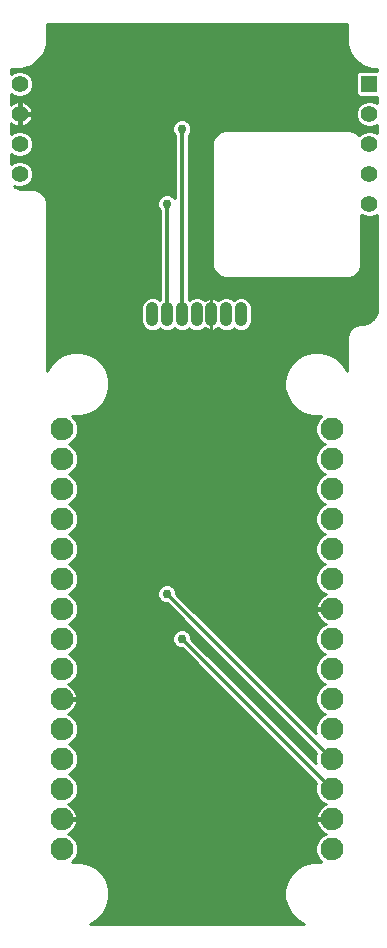
<source format=gbl>
G75*
%MOIN*%
%OFA0B0*%
%FSLAX25Y25*%
%IPPOS*%
%LPD*%
%AMOC8*
5,1,8,0,0,1.08239X$1,22.5*
%
%ADD10C,0.07600*%
%ADD11R,0.05543X0.05543*%
%ADD12C,0.05543*%
%ADD13C,0.03969*%
%ADD14C,0.01000*%
%ADD15C,0.01200*%
%ADD16C,0.02978*%
D10*
X0023500Y0056500D03*
X0023500Y0066500D03*
X0023500Y0076500D03*
X0023500Y0086500D03*
X0023500Y0096500D03*
X0023500Y0106500D03*
X0023500Y0116500D03*
X0023500Y0126500D03*
X0023500Y0136500D03*
X0023500Y0146500D03*
X0023500Y0156500D03*
X0023500Y0166500D03*
X0023500Y0176500D03*
X0023500Y0186500D03*
X0023500Y0196500D03*
X0113500Y0196500D03*
X0113500Y0186500D03*
X0113500Y0176500D03*
X0113500Y0166500D03*
X0113500Y0156500D03*
X0113500Y0146500D03*
X0113500Y0136500D03*
X0113500Y0126500D03*
X0113500Y0116500D03*
X0113500Y0106500D03*
X0113500Y0096500D03*
X0113500Y0086500D03*
X0113500Y0076500D03*
X0113500Y0066500D03*
X0113500Y0056500D03*
D11*
X0126000Y0311500D03*
D12*
X0126000Y0301500D03*
X0126000Y0291500D03*
X0126000Y0281500D03*
X0126000Y0271500D03*
X0009500Y0281500D03*
X0009500Y0291500D03*
X0009500Y0301500D03*
X0009500Y0311500D03*
D13*
X0053736Y0236713D02*
X0053736Y0232744D01*
X0058657Y0232744D02*
X0058657Y0236713D01*
X0063579Y0236713D02*
X0063579Y0232744D01*
X0068500Y0232744D02*
X0068500Y0236713D01*
X0073421Y0236713D02*
X0073421Y0232744D01*
X0078343Y0232744D02*
X0078343Y0236713D01*
X0083264Y0236713D02*
X0083264Y0232744D01*
D14*
X0080803Y0229994D02*
X0081177Y0229621D01*
X0082531Y0229060D01*
X0083997Y0229060D01*
X0085351Y0229621D01*
X0086387Y0230657D01*
X0086948Y0232011D01*
X0086948Y0237445D01*
X0086387Y0238800D01*
X0085351Y0239836D01*
X0083997Y0240397D01*
X0082531Y0240397D01*
X0081177Y0239836D01*
X0080803Y0239462D01*
X0080429Y0239836D01*
X0079075Y0240397D01*
X0077610Y0240397D01*
X0076256Y0239836D01*
X0075740Y0239321D01*
X0075642Y0239419D01*
X0075072Y0239800D01*
X0074438Y0240063D01*
X0073764Y0240197D01*
X0073421Y0240197D01*
X0073078Y0240197D01*
X0072405Y0240063D01*
X0071771Y0239800D01*
X0071200Y0239419D01*
X0071102Y0239321D01*
X0070587Y0239836D01*
X0069233Y0240397D01*
X0067767Y0240397D01*
X0066413Y0239836D01*
X0066039Y0239462D01*
X0065800Y0239702D01*
X0065800Y0294290D01*
X0066203Y0294694D01*
X0066689Y0295866D01*
X0066689Y0297134D01*
X0066203Y0298306D01*
X0065306Y0299203D01*
X0064134Y0299689D01*
X0062866Y0299689D01*
X0061694Y0299203D01*
X0060797Y0298306D01*
X0060311Y0297134D01*
X0060311Y0295866D01*
X0060797Y0294694D01*
X0061200Y0294290D01*
X0061200Y0273310D01*
X0060306Y0274203D01*
X0059134Y0274689D01*
X0057866Y0274689D01*
X0056694Y0274203D01*
X0055797Y0273306D01*
X0055311Y0272134D01*
X0055311Y0270866D01*
X0055797Y0269694D01*
X0056357Y0269133D01*
X0056357Y0239623D01*
X0056197Y0239462D01*
X0055823Y0239836D01*
X0054469Y0240397D01*
X0053003Y0240397D01*
X0051649Y0239836D01*
X0050613Y0238800D01*
X0050052Y0237445D01*
X0050052Y0232011D01*
X0050613Y0230657D01*
X0051649Y0229621D01*
X0053003Y0229060D01*
X0054469Y0229060D01*
X0055823Y0229621D01*
X0056197Y0229994D01*
X0056571Y0229621D01*
X0057925Y0229060D01*
X0059390Y0229060D01*
X0060744Y0229621D01*
X0061118Y0229994D01*
X0061492Y0229621D01*
X0062846Y0229060D01*
X0064312Y0229060D01*
X0065666Y0229621D01*
X0066039Y0229994D01*
X0066413Y0229621D01*
X0067767Y0229060D01*
X0069233Y0229060D01*
X0070587Y0229621D01*
X0071102Y0230136D01*
X0071200Y0230038D01*
X0071771Y0229656D01*
X0072405Y0229394D01*
X0073078Y0229260D01*
X0073421Y0229260D01*
X0073421Y0234728D01*
X0073421Y0234728D01*
X0073421Y0229260D01*
X0073764Y0229260D01*
X0074438Y0229394D01*
X0075072Y0229656D01*
X0075642Y0230038D01*
X0075740Y0230136D01*
X0076256Y0229621D01*
X0077610Y0229060D01*
X0079075Y0229060D01*
X0080429Y0229621D01*
X0080803Y0229994D01*
X0079319Y0229161D02*
X0082288Y0229161D01*
X0084240Y0229161D02*
X0119282Y0229161D01*
X0119170Y0229000D02*
X0118802Y0228210D01*
X0118576Y0227368D01*
X0118500Y0226500D01*
X0118500Y0215778D01*
X0117142Y0218131D01*
X0115131Y0220142D01*
X0112668Y0221563D01*
X0109922Y0222299D01*
X0107078Y0222299D01*
X0104332Y0221563D01*
X0101869Y0220142D01*
X0099858Y0218131D01*
X0098437Y0215668D01*
X0097701Y0212922D01*
X0097701Y0210078D01*
X0098437Y0207332D01*
X0099858Y0204869D01*
X0101869Y0202858D01*
X0104332Y0201437D01*
X0107078Y0200701D01*
X0109922Y0200701D01*
X0109923Y0200701D01*
X0108837Y0199615D01*
X0108000Y0197594D01*
X0108000Y0195406D01*
X0108837Y0193384D01*
X0110384Y0191837D01*
X0111199Y0191500D01*
X0110384Y0191163D01*
X0108837Y0189615D01*
X0108000Y0187594D01*
X0108000Y0185406D01*
X0108837Y0183384D01*
X0110384Y0181837D01*
X0111199Y0181500D01*
X0110384Y0181163D01*
X0108837Y0179615D01*
X0108000Y0177594D01*
X0108000Y0175406D01*
X0108837Y0173384D01*
X0110384Y0171837D01*
X0111199Y0171500D01*
X0110384Y0171163D01*
X0108837Y0169615D01*
X0108000Y0167594D01*
X0108000Y0165406D01*
X0108837Y0163384D01*
X0110384Y0161837D01*
X0111199Y0161500D01*
X0110384Y0161163D01*
X0108837Y0159615D01*
X0108000Y0157594D01*
X0108000Y0155406D01*
X0108837Y0153384D01*
X0110384Y0151837D01*
X0111199Y0151500D01*
X0110384Y0151163D01*
X0108837Y0149615D01*
X0108000Y0147594D01*
X0108000Y0145406D01*
X0108837Y0143384D01*
X0110384Y0141837D01*
X0111442Y0141399D01*
X0110722Y0141033D01*
X0110047Y0140543D01*
X0109457Y0139953D01*
X0108967Y0139278D01*
X0108588Y0138534D01*
X0108330Y0137741D01*
X0108200Y0136917D01*
X0108200Y0136787D01*
X0113213Y0136787D01*
X0113213Y0136213D01*
X0108200Y0136213D01*
X0108200Y0136083D01*
X0108330Y0135259D01*
X0108588Y0134466D01*
X0108967Y0133722D01*
X0109457Y0133047D01*
X0110047Y0132457D01*
X0110722Y0131967D01*
X0111442Y0131601D01*
X0110384Y0131163D01*
X0108837Y0129615D01*
X0108000Y0127594D01*
X0108000Y0125406D01*
X0108837Y0123384D01*
X0110384Y0121837D01*
X0111199Y0121500D01*
X0110384Y0121163D01*
X0108837Y0119615D01*
X0108000Y0117594D01*
X0108000Y0115406D01*
X0108837Y0113384D01*
X0110384Y0111837D01*
X0111199Y0111500D01*
X0110384Y0111163D01*
X0108837Y0109615D01*
X0108000Y0107594D01*
X0108000Y0105406D01*
X0108837Y0103384D01*
X0110384Y0101837D01*
X0111199Y0101500D01*
X0110384Y0101163D01*
X0108837Y0099615D01*
X0108000Y0097594D01*
X0108000Y0095406D01*
X0108108Y0095144D01*
X0061689Y0141564D01*
X0061689Y0142134D01*
X0061203Y0143306D01*
X0060306Y0144203D01*
X0059134Y0144689D01*
X0057866Y0144689D01*
X0056694Y0144203D01*
X0055797Y0143306D01*
X0055311Y0142134D01*
X0055311Y0140866D01*
X0055797Y0139694D01*
X0056694Y0138797D01*
X0057866Y0138311D01*
X0058436Y0138311D01*
X0108338Y0088410D01*
X0108000Y0087594D01*
X0108000Y0085406D01*
X0108108Y0085144D01*
X0066689Y0126564D01*
X0066689Y0127134D01*
X0066203Y0128306D01*
X0065306Y0129203D01*
X0064134Y0129689D01*
X0062866Y0129689D01*
X0061694Y0129203D01*
X0060797Y0128306D01*
X0060311Y0127134D01*
X0060311Y0125866D01*
X0060797Y0124694D01*
X0061694Y0123797D01*
X0062866Y0123311D01*
X0063436Y0123311D01*
X0108338Y0078410D01*
X0108000Y0077594D01*
X0108000Y0075406D01*
X0108837Y0073384D01*
X0110384Y0071837D01*
X0111442Y0071399D01*
X0110722Y0071033D01*
X0110047Y0070543D01*
X0109457Y0069953D01*
X0108967Y0069278D01*
X0108588Y0068534D01*
X0108330Y0067741D01*
X0108200Y0066917D01*
X0108200Y0066787D01*
X0113213Y0066787D01*
X0113213Y0066213D01*
X0108200Y0066213D01*
X0108200Y0066083D01*
X0108330Y0065259D01*
X0108588Y0064466D01*
X0108967Y0063722D01*
X0109457Y0063047D01*
X0110047Y0062457D01*
X0110722Y0061967D01*
X0111442Y0061601D01*
X0110384Y0061163D01*
X0108837Y0059615D01*
X0108000Y0057594D01*
X0108000Y0055406D01*
X0108837Y0053384D01*
X0109923Y0052299D01*
X0109922Y0052299D01*
X0107078Y0052299D01*
X0104332Y0051563D01*
X0101869Y0050142D01*
X0099858Y0048131D01*
X0098437Y0045668D01*
X0097701Y0042922D01*
X0097701Y0040078D01*
X0098437Y0037332D01*
X0099858Y0034869D01*
X0101869Y0032858D01*
X0104222Y0031500D01*
X0032778Y0031500D01*
X0035131Y0032858D01*
X0037142Y0034869D01*
X0038563Y0037332D01*
X0039299Y0040078D01*
X0039299Y0042922D01*
X0038563Y0045668D01*
X0037142Y0048131D01*
X0035131Y0050142D01*
X0032668Y0051563D01*
X0029922Y0052299D01*
X0027078Y0052299D01*
X0027077Y0052299D01*
X0028163Y0053384D01*
X0029000Y0055406D01*
X0029000Y0057594D01*
X0028163Y0059615D01*
X0026615Y0061163D01*
X0025558Y0061601D01*
X0026278Y0061967D01*
X0026953Y0062457D01*
X0027543Y0063047D01*
X0028033Y0063722D01*
X0028412Y0064466D01*
X0028669Y0065259D01*
X0028800Y0066083D01*
X0028800Y0066213D01*
X0023787Y0066213D01*
X0023787Y0066787D01*
X0028800Y0066787D01*
X0028800Y0066917D01*
X0028669Y0067741D01*
X0028412Y0068534D01*
X0028033Y0069278D01*
X0027543Y0069953D01*
X0026953Y0070543D01*
X0026278Y0071033D01*
X0025558Y0071399D01*
X0026615Y0071837D01*
X0028163Y0073384D01*
X0029000Y0075406D01*
X0029000Y0077594D01*
X0028163Y0079615D01*
X0026615Y0081163D01*
X0025801Y0081500D01*
X0026615Y0081837D01*
X0028163Y0083384D01*
X0029000Y0085406D01*
X0029000Y0087594D01*
X0028163Y0089615D01*
X0026615Y0091163D01*
X0025801Y0091500D01*
X0026615Y0091837D01*
X0028163Y0093384D01*
X0029000Y0095406D01*
X0029000Y0097594D01*
X0028163Y0099615D01*
X0026615Y0101163D01*
X0025558Y0101601D01*
X0026278Y0101967D01*
X0026953Y0102457D01*
X0027543Y0103047D01*
X0028033Y0103722D01*
X0028412Y0104466D01*
X0028669Y0105259D01*
X0028800Y0106083D01*
X0028800Y0106213D01*
X0023787Y0106213D01*
X0023787Y0106787D01*
X0028800Y0106787D01*
X0028800Y0106917D01*
X0028669Y0107741D01*
X0028412Y0108534D01*
X0028033Y0109278D01*
X0027543Y0109953D01*
X0026953Y0110543D01*
X0026278Y0111033D01*
X0025558Y0111399D01*
X0026615Y0111837D01*
X0028163Y0113384D01*
X0029000Y0115406D01*
X0029000Y0117594D01*
X0028163Y0119615D01*
X0026615Y0121163D01*
X0025801Y0121500D01*
X0026615Y0121837D01*
X0028163Y0123384D01*
X0029000Y0125406D01*
X0029000Y0127594D01*
X0028163Y0129615D01*
X0026615Y0131163D01*
X0025801Y0131500D01*
X0026615Y0131837D01*
X0028163Y0133384D01*
X0029000Y0135406D01*
X0029000Y0137594D01*
X0028163Y0139615D01*
X0026615Y0141163D01*
X0025801Y0141500D01*
X0026615Y0141837D01*
X0028163Y0143384D01*
X0029000Y0145406D01*
X0029000Y0147594D01*
X0028163Y0149615D01*
X0026615Y0151163D01*
X0025801Y0151500D01*
X0026615Y0151837D01*
X0028163Y0153384D01*
X0029000Y0155406D01*
X0029000Y0157594D01*
X0028163Y0159615D01*
X0026615Y0161163D01*
X0025801Y0161500D01*
X0026615Y0161837D01*
X0028163Y0163384D01*
X0029000Y0165406D01*
X0029000Y0167594D01*
X0028163Y0169615D01*
X0026615Y0171163D01*
X0025801Y0171500D01*
X0026615Y0171837D01*
X0028163Y0173384D01*
X0029000Y0175406D01*
X0029000Y0177594D01*
X0028163Y0179615D01*
X0026615Y0181163D01*
X0025801Y0181500D01*
X0026615Y0181837D01*
X0028163Y0183384D01*
X0029000Y0185406D01*
X0029000Y0187594D01*
X0028163Y0189615D01*
X0026615Y0191163D01*
X0025801Y0191500D01*
X0026615Y0191837D01*
X0028163Y0193384D01*
X0029000Y0195406D01*
X0029000Y0197594D01*
X0028163Y0199615D01*
X0027077Y0200701D01*
X0027078Y0200701D01*
X0029922Y0200701D01*
X0032668Y0201437D01*
X0035131Y0202858D01*
X0037142Y0204869D01*
X0038563Y0207332D01*
X0039299Y0210078D01*
X0039299Y0212922D01*
X0038563Y0215668D01*
X0037142Y0218131D01*
X0035131Y0220142D01*
X0032668Y0221563D01*
X0029922Y0222299D01*
X0027078Y0222299D01*
X0024332Y0221563D01*
X0021869Y0220142D01*
X0019858Y0218131D01*
X0018500Y0215778D01*
X0018500Y0271500D01*
X0018424Y0272368D01*
X0018198Y0273210D01*
X0017830Y0274000D01*
X0017330Y0274714D01*
X0016714Y0275330D01*
X0016000Y0275830D01*
X0015210Y0276198D01*
X0014368Y0276424D01*
X0013500Y0276500D01*
X0010500Y0276500D01*
X0009632Y0276576D01*
X0008790Y0276802D01*
X0008000Y0277170D01*
X0007611Y0277443D01*
X0008611Y0277028D01*
X0010389Y0277028D01*
X0012033Y0277709D01*
X0013291Y0278967D01*
X0013972Y0280611D01*
X0013972Y0282389D01*
X0013291Y0284033D01*
X0012033Y0285291D01*
X0010389Y0285972D01*
X0008611Y0285972D01*
X0006967Y0285291D01*
X0006500Y0284824D01*
X0006500Y0288176D01*
X0006967Y0287709D01*
X0008611Y0287028D01*
X0010389Y0287028D01*
X0012033Y0287709D01*
X0013291Y0288967D01*
X0013972Y0290611D01*
X0013972Y0292389D01*
X0013291Y0294033D01*
X0012033Y0295291D01*
X0010389Y0295972D01*
X0008611Y0295972D01*
X0006967Y0295291D01*
X0006500Y0294824D01*
X0006500Y0298459D01*
X0006717Y0298242D01*
X0007261Y0297847D01*
X0007860Y0297541D01*
X0008500Y0297334D01*
X0009114Y0297236D01*
X0009114Y0301114D01*
X0009886Y0301114D01*
X0009886Y0301886D01*
X0013764Y0301886D01*
X0013666Y0302500D01*
X0013459Y0303140D01*
X0013153Y0303739D01*
X0012758Y0304283D01*
X0012283Y0304758D01*
X0011739Y0305153D01*
X0011140Y0305459D01*
X0010500Y0305666D01*
X0009886Y0305764D01*
X0009886Y0301886D01*
X0009114Y0301886D01*
X0009114Y0305764D01*
X0008500Y0305666D01*
X0007860Y0305459D01*
X0007261Y0305153D01*
X0006717Y0304758D01*
X0006500Y0304541D01*
X0006500Y0308176D01*
X0006967Y0307709D01*
X0008611Y0307028D01*
X0010389Y0307028D01*
X0012033Y0307709D01*
X0013291Y0308967D01*
X0013972Y0310611D01*
X0013972Y0312389D01*
X0013291Y0314033D01*
X0012033Y0315291D01*
X0010389Y0315972D01*
X0008611Y0315972D01*
X0006967Y0315291D01*
X0006500Y0314824D01*
X0006500Y0316500D01*
X0010084Y0316500D01*
X0013096Y0317479D01*
X0015659Y0319341D01*
X0015659Y0319341D01*
X0017521Y0321903D01*
X0017521Y0321904D01*
X0018500Y0324916D01*
X0018500Y0331500D01*
X0118500Y0331500D01*
X0118500Y0324916D01*
X0119479Y0321903D01*
X0121341Y0319341D01*
X0121341Y0319341D01*
X0123903Y0317479D01*
X0126916Y0316500D01*
X0128500Y0316500D01*
X0128500Y0315972D01*
X0122524Y0315972D01*
X0121528Y0314976D01*
X0121528Y0308024D01*
X0122524Y0307028D01*
X0128500Y0307028D01*
X0128500Y0305305D01*
X0126889Y0305972D01*
X0125111Y0305972D01*
X0123467Y0305291D01*
X0122209Y0304033D01*
X0121528Y0302389D01*
X0121528Y0300611D01*
X0122209Y0298967D01*
X0123467Y0297709D01*
X0125111Y0297028D01*
X0126889Y0297028D01*
X0128500Y0297695D01*
X0128500Y0295305D01*
X0126889Y0295972D01*
X0125111Y0295972D01*
X0123467Y0295291D01*
X0122482Y0294306D01*
X0121219Y0295569D01*
X0119455Y0296300D01*
X0077545Y0296300D01*
X0075781Y0295569D01*
X0074431Y0294219D01*
X0073700Y0292455D01*
X0073700Y0250545D01*
X0074431Y0248781D01*
X0075781Y0247431D01*
X0077545Y0246700D01*
X0119455Y0246700D01*
X0121219Y0247431D01*
X0122569Y0248781D01*
X0123300Y0250545D01*
X0123300Y0267876D01*
X0123467Y0267709D01*
X0125111Y0267028D01*
X0126889Y0267028D01*
X0128500Y0267695D01*
X0128500Y0236500D01*
X0128424Y0235632D01*
X0128198Y0234790D01*
X0127830Y0234000D01*
X0127330Y0233286D01*
X0126714Y0232670D01*
X0126000Y0232170D01*
X0125210Y0231802D01*
X0124368Y0231576D01*
X0122632Y0231424D01*
X0121790Y0231198D01*
X0121000Y0230830D01*
X0120286Y0230330D01*
X0119670Y0229714D01*
X0119170Y0229000D01*
X0118789Y0228162D02*
X0018500Y0228162D01*
X0018500Y0227164D02*
X0118558Y0227164D01*
X0118500Y0226165D02*
X0018500Y0226165D01*
X0018500Y0225167D02*
X0118500Y0225167D01*
X0118500Y0224168D02*
X0018500Y0224168D01*
X0018500Y0223170D02*
X0118500Y0223170D01*
X0118500Y0222171D02*
X0110400Y0222171D01*
X0113345Y0221172D02*
X0118500Y0221172D01*
X0118500Y0220174D02*
X0115075Y0220174D01*
X0116097Y0219175D02*
X0118500Y0219175D01*
X0118500Y0218177D02*
X0117095Y0218177D01*
X0117691Y0217178D02*
X0118500Y0217178D01*
X0118500Y0216180D02*
X0118268Y0216180D01*
X0120115Y0230159D02*
X0085889Y0230159D01*
X0086594Y0231158D02*
X0121702Y0231158D01*
X0125971Y0232156D02*
X0086948Y0232156D01*
X0086948Y0233155D02*
X0127199Y0233155D01*
X0127902Y0234153D02*
X0086948Y0234153D01*
X0086948Y0235152D02*
X0128295Y0235152D01*
X0128469Y0236150D02*
X0086948Y0236150D01*
X0086948Y0237149D02*
X0128500Y0237149D01*
X0128500Y0238147D02*
X0086657Y0238147D01*
X0086041Y0239146D02*
X0128500Y0239146D01*
X0128500Y0240144D02*
X0084607Y0240144D01*
X0081921Y0240144D02*
X0079685Y0240144D01*
X0077000Y0240144D02*
X0074029Y0240144D01*
X0073421Y0240144D02*
X0073421Y0240144D01*
X0073421Y0240197D02*
X0073421Y0234728D01*
X0073421Y0234728D01*
X0073421Y0240197D01*
X0072813Y0240144D02*
X0069843Y0240144D01*
X0067157Y0240144D02*
X0065800Y0240144D01*
X0065800Y0241143D02*
X0128500Y0241143D01*
X0128500Y0242141D02*
X0065800Y0242141D01*
X0065800Y0243140D02*
X0128500Y0243140D01*
X0128500Y0244138D02*
X0065800Y0244138D01*
X0065800Y0245137D02*
X0128500Y0245137D01*
X0128500Y0246135D02*
X0065800Y0246135D01*
X0065800Y0247134D02*
X0076498Y0247134D01*
X0075079Y0248132D02*
X0065800Y0248132D01*
X0065800Y0249131D02*
X0074286Y0249131D01*
X0073872Y0250129D02*
X0065800Y0250129D01*
X0065800Y0251128D02*
X0073700Y0251128D01*
X0073700Y0252126D02*
X0065800Y0252126D01*
X0065800Y0253125D02*
X0073700Y0253125D01*
X0073700Y0254123D02*
X0065800Y0254123D01*
X0065800Y0255122D02*
X0073700Y0255122D01*
X0073700Y0256120D02*
X0065800Y0256120D01*
X0065800Y0257119D02*
X0073700Y0257119D01*
X0073700Y0258117D02*
X0065800Y0258117D01*
X0065800Y0259116D02*
X0073700Y0259116D01*
X0073700Y0260114D02*
X0065800Y0260114D01*
X0065800Y0261113D02*
X0073700Y0261113D01*
X0073700Y0262111D02*
X0065800Y0262111D01*
X0065800Y0263110D02*
X0073700Y0263110D01*
X0073700Y0264108D02*
X0065800Y0264108D01*
X0065800Y0265107D02*
X0073700Y0265107D01*
X0073700Y0266105D02*
X0065800Y0266105D01*
X0065800Y0267104D02*
X0073700Y0267104D01*
X0073700Y0268103D02*
X0065800Y0268103D01*
X0065800Y0269101D02*
X0073700Y0269101D01*
X0073700Y0270100D02*
X0065800Y0270100D01*
X0065800Y0271098D02*
X0073700Y0271098D01*
X0073700Y0272097D02*
X0065800Y0272097D01*
X0065800Y0273095D02*
X0073700Y0273095D01*
X0073700Y0274094D02*
X0065800Y0274094D01*
X0065800Y0275092D02*
X0073700Y0275092D01*
X0073700Y0276091D02*
X0065800Y0276091D01*
X0065800Y0277089D02*
X0073700Y0277089D01*
X0073700Y0278088D02*
X0065800Y0278088D01*
X0065800Y0279086D02*
X0073700Y0279086D01*
X0073700Y0280085D02*
X0065800Y0280085D01*
X0065800Y0281083D02*
X0073700Y0281083D01*
X0073700Y0282082D02*
X0065800Y0282082D01*
X0065800Y0283080D02*
X0073700Y0283080D01*
X0073700Y0284079D02*
X0065800Y0284079D01*
X0065800Y0285077D02*
X0073700Y0285077D01*
X0073700Y0286076D02*
X0065800Y0286076D01*
X0065800Y0287074D02*
X0073700Y0287074D01*
X0073700Y0288073D02*
X0065800Y0288073D01*
X0065800Y0289071D02*
X0073700Y0289071D01*
X0073700Y0290070D02*
X0065800Y0290070D01*
X0065800Y0291068D02*
X0073700Y0291068D01*
X0073700Y0292067D02*
X0065800Y0292067D01*
X0065800Y0293065D02*
X0073953Y0293065D01*
X0074366Y0294064D02*
X0065800Y0294064D01*
X0066356Y0295062D02*
X0075274Y0295062D01*
X0076968Y0296061D02*
X0066689Y0296061D01*
X0066689Y0297059D02*
X0125036Y0297059D01*
X0123118Y0298058D02*
X0066306Y0298058D01*
X0065453Y0299056D02*
X0122172Y0299056D01*
X0121758Y0300055D02*
X0013522Y0300055D01*
X0013459Y0299860D02*
X0013666Y0300500D01*
X0013764Y0301114D01*
X0009886Y0301114D01*
X0009886Y0297236D01*
X0010500Y0297334D01*
X0011140Y0297541D01*
X0011739Y0297847D01*
X0012283Y0298242D01*
X0012758Y0298717D01*
X0013153Y0299261D01*
X0013459Y0299860D01*
X0013005Y0299056D02*
X0061546Y0299056D01*
X0060694Y0298058D02*
X0012030Y0298058D01*
X0009886Y0298058D02*
X0009114Y0298058D01*
X0009114Y0299056D02*
X0009886Y0299056D01*
X0009886Y0300055D02*
X0009114Y0300055D01*
X0009114Y0301053D02*
X0009886Y0301053D01*
X0009886Y0302052D02*
X0009114Y0302052D01*
X0009114Y0303050D02*
X0009886Y0303050D01*
X0009886Y0304049D02*
X0009114Y0304049D01*
X0009114Y0305047D02*
X0009886Y0305047D01*
X0011885Y0305047D02*
X0123224Y0305047D01*
X0122225Y0304049D02*
X0012928Y0304049D01*
X0013488Y0303050D02*
X0121802Y0303050D01*
X0121528Y0302052D02*
X0013737Y0302052D01*
X0013754Y0301053D02*
X0121528Y0301053D01*
X0121726Y0295062D02*
X0123238Y0295062D01*
X0120032Y0296061D02*
X0128500Y0296061D01*
X0128500Y0297059D02*
X0126964Y0297059D01*
X0128500Y0306046D02*
X0006500Y0306046D01*
X0006500Y0307044D02*
X0008572Y0307044D01*
X0010428Y0307044D02*
X0122508Y0307044D01*
X0121528Y0308043D02*
X0012367Y0308043D01*
X0013322Y0309041D02*
X0121528Y0309041D01*
X0121528Y0310040D02*
X0013735Y0310040D01*
X0013972Y0311039D02*
X0121528Y0311039D01*
X0121528Y0312037D02*
X0013972Y0312037D01*
X0013704Y0313036D02*
X0121528Y0313036D01*
X0121528Y0314034D02*
X0013290Y0314034D01*
X0012291Y0315033D02*
X0121585Y0315033D01*
X0123148Y0318028D02*
X0013852Y0318028D01*
X0015227Y0319027D02*
X0121773Y0319027D01*
X0120844Y0320025D02*
X0016156Y0320025D01*
X0016882Y0321024D02*
X0120118Y0321024D01*
X0119479Y0321903D02*
X0119479Y0321903D01*
X0119440Y0322022D02*
X0017560Y0322022D01*
X0017884Y0323021D02*
X0119116Y0323021D01*
X0118791Y0324019D02*
X0018209Y0324019D01*
X0018500Y0325018D02*
X0118500Y0325018D01*
X0118500Y0326016D02*
X0018500Y0326016D01*
X0018500Y0327015D02*
X0118500Y0327015D01*
X0118500Y0328013D02*
X0018500Y0328013D01*
X0018500Y0329012D02*
X0118500Y0329012D01*
X0118500Y0330010D02*
X0018500Y0330010D01*
X0018500Y0331009D02*
X0118500Y0331009D01*
X0125286Y0317030D02*
X0011714Y0317030D01*
X0007115Y0305047D02*
X0006500Y0305047D01*
X0006500Y0308043D02*
X0006633Y0308043D01*
X0006709Y0315033D02*
X0006500Y0315033D01*
X0006500Y0316031D02*
X0128500Y0316031D01*
X0128500Y0267104D02*
X0127072Y0267104D01*
X0128500Y0266105D02*
X0123300Y0266105D01*
X0123300Y0265107D02*
X0128500Y0265107D01*
X0128500Y0264108D02*
X0123300Y0264108D01*
X0123300Y0263110D02*
X0128500Y0263110D01*
X0128500Y0262111D02*
X0123300Y0262111D01*
X0123300Y0261113D02*
X0128500Y0261113D01*
X0128500Y0260114D02*
X0123300Y0260114D01*
X0123300Y0259116D02*
X0128500Y0259116D01*
X0128500Y0258117D02*
X0123300Y0258117D01*
X0123300Y0257119D02*
X0128500Y0257119D01*
X0128500Y0256120D02*
X0123300Y0256120D01*
X0123300Y0255122D02*
X0128500Y0255122D01*
X0128500Y0254123D02*
X0123300Y0254123D01*
X0123300Y0253125D02*
X0128500Y0253125D01*
X0128500Y0252126D02*
X0123300Y0252126D01*
X0123300Y0251128D02*
X0128500Y0251128D01*
X0128500Y0250129D02*
X0123128Y0250129D01*
X0122714Y0249131D02*
X0128500Y0249131D01*
X0128500Y0248132D02*
X0121921Y0248132D01*
X0120502Y0247134D02*
X0128500Y0247134D01*
X0124928Y0267104D02*
X0123300Y0267104D01*
X0106600Y0222171D02*
X0030400Y0222171D01*
X0033345Y0221172D02*
X0103655Y0221172D01*
X0101925Y0220174D02*
X0035075Y0220174D01*
X0036097Y0219175D02*
X0100903Y0219175D01*
X0099905Y0218177D02*
X0037095Y0218177D01*
X0037691Y0217178D02*
X0099309Y0217178D01*
X0098732Y0216180D02*
X0038268Y0216180D01*
X0038694Y0215181D02*
X0098306Y0215181D01*
X0098039Y0214183D02*
X0038961Y0214183D01*
X0039229Y0213184D02*
X0097771Y0213184D01*
X0097701Y0212186D02*
X0039299Y0212186D01*
X0039299Y0211187D02*
X0097701Y0211187D01*
X0097701Y0210189D02*
X0039299Y0210189D01*
X0039061Y0209190D02*
X0097939Y0209190D01*
X0098206Y0208192D02*
X0038794Y0208192D01*
X0038483Y0207193D02*
X0098517Y0207193D01*
X0099093Y0206195D02*
X0037907Y0206195D01*
X0037330Y0205196D02*
X0099670Y0205196D01*
X0100530Y0204198D02*
X0036470Y0204198D01*
X0035472Y0203199D02*
X0101528Y0203199D01*
X0103008Y0202201D02*
X0033992Y0202201D01*
X0031793Y0201202D02*
X0105207Y0201202D01*
X0108667Y0199205D02*
X0028333Y0199205D01*
X0028746Y0198207D02*
X0108254Y0198207D01*
X0108000Y0197208D02*
X0029000Y0197208D01*
X0029000Y0196210D02*
X0108000Y0196210D01*
X0108081Y0195211D02*
X0028919Y0195211D01*
X0028506Y0194213D02*
X0108494Y0194213D01*
X0109008Y0193214D02*
X0027992Y0193214D01*
X0026994Y0192216D02*
X0110006Y0192216D01*
X0110516Y0191217D02*
X0026484Y0191217D01*
X0027560Y0190219D02*
X0109440Y0190219D01*
X0108674Y0189220D02*
X0028326Y0189220D01*
X0028740Y0188222D02*
X0108260Y0188222D01*
X0108000Y0187223D02*
X0029000Y0187223D01*
X0029000Y0186225D02*
X0108000Y0186225D01*
X0108075Y0185226D02*
X0028925Y0185226D01*
X0028512Y0184228D02*
X0108488Y0184228D01*
X0108993Y0183229D02*
X0028007Y0183229D01*
X0027009Y0182231D02*
X0109991Y0182231D01*
X0110552Y0181232D02*
X0026448Y0181232D01*
X0027545Y0180234D02*
X0109455Y0180234D01*
X0108680Y0179235D02*
X0028320Y0179235D01*
X0028734Y0178237D02*
X0108266Y0178237D01*
X0108000Y0177238D02*
X0029000Y0177238D01*
X0029000Y0176239D02*
X0108000Y0176239D01*
X0108068Y0175241D02*
X0028932Y0175241D01*
X0028518Y0174242D02*
X0108482Y0174242D01*
X0108978Y0173244D02*
X0028022Y0173244D01*
X0027024Y0172245D02*
X0109976Y0172245D01*
X0110588Y0171247D02*
X0026412Y0171247D01*
X0027530Y0170248D02*
X0109470Y0170248D01*
X0108686Y0169250D02*
X0028314Y0169250D01*
X0028728Y0168251D02*
X0108272Y0168251D01*
X0108000Y0167253D02*
X0029000Y0167253D01*
X0029000Y0166254D02*
X0108000Y0166254D01*
X0108062Y0165256D02*
X0028938Y0165256D01*
X0028524Y0164257D02*
X0108476Y0164257D01*
X0108963Y0163259D02*
X0028037Y0163259D01*
X0027038Y0162260D02*
X0109962Y0162260D01*
X0110624Y0161262D02*
X0026376Y0161262D01*
X0027515Y0160263D02*
X0109485Y0160263D01*
X0108692Y0159265D02*
X0028308Y0159265D01*
X0028722Y0158266D02*
X0108278Y0158266D01*
X0108000Y0157268D02*
X0029000Y0157268D01*
X0029000Y0156269D02*
X0108000Y0156269D01*
X0108056Y0155271D02*
X0028944Y0155271D01*
X0028530Y0154272D02*
X0108470Y0154272D01*
X0108948Y0153274D02*
X0028052Y0153274D01*
X0027053Y0152275D02*
X0109947Y0152275D01*
X0110660Y0151277D02*
X0026340Y0151277D01*
X0027500Y0150278D02*
X0109500Y0150278D01*
X0108698Y0149280D02*
X0028302Y0149280D01*
X0028715Y0148281D02*
X0108285Y0148281D01*
X0108000Y0147283D02*
X0029000Y0147283D01*
X0029000Y0146284D02*
X0108000Y0146284D01*
X0108050Y0145286D02*
X0028950Y0145286D01*
X0028537Y0144287D02*
X0056896Y0144287D01*
X0055789Y0143289D02*
X0028067Y0143289D01*
X0027068Y0142290D02*
X0055376Y0142290D01*
X0055311Y0141292D02*
X0026304Y0141292D01*
X0027485Y0140293D02*
X0055548Y0140293D01*
X0056196Y0139295D02*
X0028296Y0139295D01*
X0028709Y0138296D02*
X0058451Y0138296D01*
X0059450Y0137298D02*
X0029000Y0137298D01*
X0029000Y0136299D02*
X0060448Y0136299D01*
X0061447Y0135301D02*
X0028956Y0135301D01*
X0028543Y0134302D02*
X0062445Y0134302D01*
X0063444Y0133303D02*
X0028082Y0133303D01*
X0027083Y0132305D02*
X0064442Y0132305D01*
X0065441Y0131306D02*
X0026268Y0131306D01*
X0027470Y0130308D02*
X0066439Y0130308D01*
X0067438Y0129309D02*
X0065051Y0129309D01*
X0066199Y0128311D02*
X0068436Y0128311D01*
X0069435Y0127312D02*
X0066615Y0127312D01*
X0066939Y0126314D02*
X0070433Y0126314D01*
X0071432Y0125315D02*
X0067937Y0125315D01*
X0068936Y0124317D02*
X0072430Y0124317D01*
X0073429Y0123318D02*
X0069934Y0123318D01*
X0070933Y0122320D02*
X0074427Y0122320D01*
X0075426Y0121321D02*
X0071931Y0121321D01*
X0072930Y0120323D02*
X0076424Y0120323D01*
X0077423Y0119324D02*
X0073928Y0119324D01*
X0074927Y0118326D02*
X0078421Y0118326D01*
X0079420Y0117327D02*
X0075925Y0117327D01*
X0076924Y0116329D02*
X0080419Y0116329D01*
X0081417Y0115330D02*
X0077922Y0115330D01*
X0078921Y0114332D02*
X0082416Y0114332D01*
X0083414Y0113333D02*
X0079919Y0113333D01*
X0080918Y0112335D02*
X0084413Y0112335D01*
X0085411Y0111336D02*
X0081916Y0111336D01*
X0082915Y0110338D02*
X0086410Y0110338D01*
X0087408Y0109339D02*
X0083913Y0109339D01*
X0084912Y0108341D02*
X0088407Y0108341D01*
X0089405Y0107342D02*
X0085910Y0107342D01*
X0086909Y0106344D02*
X0090404Y0106344D01*
X0091402Y0105345D02*
X0087907Y0105345D01*
X0088906Y0104347D02*
X0092401Y0104347D01*
X0093399Y0103348D02*
X0089905Y0103348D01*
X0090903Y0102350D02*
X0094398Y0102350D01*
X0095396Y0101351D02*
X0091902Y0101351D01*
X0092900Y0100353D02*
X0096395Y0100353D01*
X0097393Y0099354D02*
X0093899Y0099354D01*
X0094897Y0098356D02*
X0098392Y0098356D01*
X0099390Y0097357D02*
X0095896Y0097357D01*
X0096894Y0096359D02*
X0100389Y0096359D01*
X0101387Y0095360D02*
X0097893Y0095360D01*
X0098891Y0094362D02*
X0102386Y0094362D01*
X0103384Y0093363D02*
X0099890Y0093363D01*
X0100888Y0092365D02*
X0104383Y0092365D01*
X0105381Y0091366D02*
X0101887Y0091366D01*
X0102885Y0090368D02*
X0106380Y0090368D01*
X0107378Y0089369D02*
X0103884Y0089369D01*
X0104882Y0088370D02*
X0108322Y0088370D01*
X0108000Y0087372D02*
X0105881Y0087372D01*
X0106879Y0086373D02*
X0108000Y0086373D01*
X0108013Y0085375D02*
X0107878Y0085375D01*
X0105366Y0081381D02*
X0026089Y0081381D01*
X0027158Y0082379D02*
X0104368Y0082379D01*
X0103369Y0083378D02*
X0028156Y0083378D01*
X0028574Y0084376D02*
X0102371Y0084376D01*
X0101372Y0085375D02*
X0028987Y0085375D01*
X0029000Y0086373D02*
X0100374Y0086373D01*
X0099375Y0087372D02*
X0029000Y0087372D01*
X0028678Y0088370D02*
X0098377Y0088370D01*
X0097378Y0089369D02*
X0028265Y0089369D01*
X0027411Y0090368D02*
X0096380Y0090368D01*
X0095381Y0091366D02*
X0026125Y0091366D01*
X0027143Y0092365D02*
X0094383Y0092365D01*
X0093384Y0093363D02*
X0028141Y0093363D01*
X0028567Y0094362D02*
X0092386Y0094362D01*
X0091387Y0095360D02*
X0028981Y0095360D01*
X0029000Y0096359D02*
X0090389Y0096359D01*
X0089390Y0097357D02*
X0029000Y0097357D01*
X0028685Y0098356D02*
X0088392Y0098356D01*
X0087393Y0099354D02*
X0028271Y0099354D01*
X0027426Y0100353D02*
X0086395Y0100353D01*
X0085396Y0101351D02*
X0026160Y0101351D01*
X0026804Y0102350D02*
X0084398Y0102350D01*
X0083399Y0103348D02*
X0027761Y0103348D01*
X0028351Y0104347D02*
X0082401Y0104347D01*
X0081402Y0105345D02*
X0028683Y0105345D01*
X0028733Y0107342D02*
X0079405Y0107342D01*
X0080404Y0106344D02*
X0023787Y0106344D01*
X0025683Y0111336D02*
X0075411Y0111336D01*
X0076410Y0110338D02*
X0027158Y0110338D01*
X0027988Y0109339D02*
X0077408Y0109339D01*
X0078407Y0108341D02*
X0028475Y0108341D01*
X0027113Y0112335D02*
X0074413Y0112335D01*
X0073414Y0113333D02*
X0028111Y0113333D01*
X0028555Y0114332D02*
X0072416Y0114332D01*
X0071417Y0115330D02*
X0028969Y0115330D01*
X0029000Y0116329D02*
X0070419Y0116329D01*
X0069420Y0117327D02*
X0029000Y0117327D01*
X0028697Y0118326D02*
X0068421Y0118326D01*
X0067423Y0119324D02*
X0028283Y0119324D01*
X0027455Y0120323D02*
X0066424Y0120323D01*
X0065426Y0121321D02*
X0026232Y0121321D01*
X0027098Y0122320D02*
X0064427Y0122320D01*
X0062848Y0123318D02*
X0028097Y0123318D01*
X0028549Y0124317D02*
X0061173Y0124317D01*
X0060539Y0125315D02*
X0028962Y0125315D01*
X0029000Y0126314D02*
X0060311Y0126314D01*
X0060385Y0127312D02*
X0029000Y0127312D01*
X0028703Y0128311D02*
X0060801Y0128311D01*
X0061949Y0129309D02*
X0028289Y0129309D01*
X0027396Y0080382D02*
X0106365Y0080382D01*
X0107363Y0079384D02*
X0028259Y0079384D01*
X0028672Y0078385D02*
X0108328Y0078385D01*
X0108000Y0077387D02*
X0029000Y0077387D01*
X0029000Y0076388D02*
X0108000Y0076388D01*
X0108007Y0075390D02*
X0028993Y0075390D01*
X0028580Y0074391D02*
X0108420Y0074391D01*
X0108834Y0073393D02*
X0028166Y0073393D01*
X0027172Y0072394D02*
X0109828Y0072394D01*
X0111434Y0071396D02*
X0025566Y0071396D01*
X0023787Y0066403D02*
X0113213Y0066403D01*
X0110114Y0062409D02*
X0026886Y0062409D01*
X0026017Y0061411D02*
X0110983Y0061411D01*
X0109634Y0060412D02*
X0027366Y0060412D01*
X0028246Y0059414D02*
X0108754Y0059414D01*
X0108340Y0058415D02*
X0028660Y0058415D01*
X0029000Y0057417D02*
X0108000Y0057417D01*
X0108000Y0056418D02*
X0029000Y0056418D01*
X0029000Y0055420D02*
X0108000Y0055420D01*
X0108408Y0054421D02*
X0028592Y0054421D01*
X0028178Y0053423D02*
X0108822Y0053423D01*
X0109798Y0052424D02*
X0027202Y0052424D01*
X0027804Y0063408D02*
X0109196Y0063408D01*
X0108619Y0064406D02*
X0028381Y0064406D01*
X0028693Y0065405D02*
X0108307Y0065405D01*
X0108277Y0067402D02*
X0028723Y0067402D01*
X0028455Y0068400D02*
X0108545Y0068400D01*
X0109055Y0069399D02*
X0027945Y0069399D01*
X0027098Y0070397D02*
X0109902Y0070397D01*
X0104093Y0051426D02*
X0032907Y0051426D01*
X0034636Y0050427D02*
X0102364Y0050427D01*
X0101156Y0049429D02*
X0035844Y0049429D01*
X0036842Y0048430D02*
X0100158Y0048430D01*
X0099455Y0047432D02*
X0037545Y0047432D01*
X0038122Y0046433D02*
X0098878Y0046433D01*
X0098374Y0045434D02*
X0038626Y0045434D01*
X0038893Y0044436D02*
X0098107Y0044436D01*
X0097839Y0043437D02*
X0039161Y0043437D01*
X0039299Y0042439D02*
X0097701Y0042439D01*
X0097701Y0041440D02*
X0039299Y0041440D01*
X0039299Y0040442D02*
X0097701Y0040442D01*
X0097871Y0039443D02*
X0039129Y0039443D01*
X0038862Y0038445D02*
X0098138Y0038445D01*
X0098406Y0037446D02*
X0038594Y0037446D01*
X0038053Y0036448D02*
X0098947Y0036448D01*
X0099523Y0035449D02*
X0037477Y0035449D01*
X0036723Y0034451D02*
X0100277Y0034451D01*
X0101275Y0033452D02*
X0035725Y0033452D01*
X0034430Y0032454D02*
X0102570Y0032454D01*
X0107893Y0095360D02*
X0108019Y0095360D01*
X0108000Y0096359D02*
X0106894Y0096359D01*
X0105896Y0097357D02*
X0108000Y0097357D01*
X0108315Y0098356D02*
X0104897Y0098356D01*
X0103899Y0099354D02*
X0108729Y0099354D01*
X0109574Y0100353D02*
X0102900Y0100353D01*
X0101902Y0101351D02*
X0110840Y0101351D01*
X0109872Y0102350D02*
X0100903Y0102350D01*
X0099905Y0103348D02*
X0108874Y0103348D01*
X0108439Y0104347D02*
X0098906Y0104347D01*
X0097907Y0105345D02*
X0108025Y0105345D01*
X0108000Y0106344D02*
X0096909Y0106344D01*
X0095910Y0107342D02*
X0108000Y0107342D01*
X0108309Y0108341D02*
X0094912Y0108341D01*
X0093913Y0109339D02*
X0108723Y0109339D01*
X0109560Y0110338D02*
X0092915Y0110338D01*
X0091916Y0111336D02*
X0110804Y0111336D01*
X0109887Y0112335D02*
X0090918Y0112335D01*
X0089919Y0113333D02*
X0108889Y0113333D01*
X0108445Y0114332D02*
X0088921Y0114332D01*
X0087922Y0115330D02*
X0108031Y0115330D01*
X0108000Y0116329D02*
X0086924Y0116329D01*
X0085925Y0117327D02*
X0108000Y0117327D01*
X0108303Y0118326D02*
X0084927Y0118326D01*
X0083928Y0119324D02*
X0108717Y0119324D01*
X0109545Y0120323D02*
X0082930Y0120323D01*
X0081931Y0121321D02*
X0110768Y0121321D01*
X0109902Y0122320D02*
X0080933Y0122320D01*
X0079934Y0123318D02*
X0108903Y0123318D01*
X0108451Y0124317D02*
X0078936Y0124317D01*
X0077937Y0125315D02*
X0108038Y0125315D01*
X0108000Y0126314D02*
X0076939Y0126314D01*
X0075940Y0127312D02*
X0108000Y0127312D01*
X0108297Y0128311D02*
X0074942Y0128311D01*
X0073943Y0129309D02*
X0108711Y0129309D01*
X0109530Y0130308D02*
X0072945Y0130308D01*
X0071946Y0131306D02*
X0110732Y0131306D01*
X0110257Y0132305D02*
X0070948Y0132305D01*
X0069949Y0133303D02*
X0109271Y0133303D01*
X0108672Y0134302D02*
X0068951Y0134302D01*
X0067952Y0135301D02*
X0108324Y0135301D01*
X0108260Y0137298D02*
X0065955Y0137298D01*
X0064957Y0138296D02*
X0108511Y0138296D01*
X0108979Y0139295D02*
X0063958Y0139295D01*
X0062960Y0140293D02*
X0109798Y0140293D01*
X0111230Y0141292D02*
X0061961Y0141292D01*
X0061624Y0142290D02*
X0109932Y0142290D01*
X0108933Y0143289D02*
X0061211Y0143289D01*
X0060104Y0144287D02*
X0108463Y0144287D01*
X0113213Y0136299D02*
X0066954Y0136299D01*
X0067524Y0229161D02*
X0064555Y0229161D01*
X0062603Y0229161D02*
X0059634Y0229161D01*
X0057681Y0229161D02*
X0054712Y0229161D01*
X0052760Y0229161D02*
X0018500Y0229161D01*
X0018500Y0230159D02*
X0051111Y0230159D01*
X0050406Y0231158D02*
X0018500Y0231158D01*
X0018500Y0232156D02*
X0050052Y0232156D01*
X0050052Y0233155D02*
X0018500Y0233155D01*
X0018500Y0234153D02*
X0050052Y0234153D01*
X0050052Y0235152D02*
X0018500Y0235152D01*
X0018500Y0236150D02*
X0050052Y0236150D01*
X0050052Y0237149D02*
X0018500Y0237149D01*
X0018500Y0238147D02*
X0050343Y0238147D01*
X0050959Y0239146D02*
X0018500Y0239146D01*
X0018500Y0240144D02*
X0052393Y0240144D01*
X0055079Y0240144D02*
X0056357Y0240144D01*
X0056357Y0241143D02*
X0018500Y0241143D01*
X0018500Y0242141D02*
X0056357Y0242141D01*
X0056357Y0243140D02*
X0018500Y0243140D01*
X0018500Y0244138D02*
X0056357Y0244138D01*
X0056357Y0245137D02*
X0018500Y0245137D01*
X0018500Y0246135D02*
X0056357Y0246135D01*
X0056357Y0247134D02*
X0018500Y0247134D01*
X0018500Y0248132D02*
X0056357Y0248132D01*
X0056357Y0249131D02*
X0018500Y0249131D01*
X0018500Y0250129D02*
X0056357Y0250129D01*
X0056357Y0251128D02*
X0018500Y0251128D01*
X0018500Y0252126D02*
X0056357Y0252126D01*
X0056357Y0253125D02*
X0018500Y0253125D01*
X0018500Y0254123D02*
X0056357Y0254123D01*
X0056357Y0255122D02*
X0018500Y0255122D01*
X0018500Y0256120D02*
X0056357Y0256120D01*
X0056357Y0257119D02*
X0018500Y0257119D01*
X0018500Y0258117D02*
X0056357Y0258117D01*
X0056357Y0259116D02*
X0018500Y0259116D01*
X0018500Y0260114D02*
X0056357Y0260114D01*
X0056357Y0261113D02*
X0018500Y0261113D01*
X0018500Y0262111D02*
X0056357Y0262111D01*
X0056357Y0263110D02*
X0018500Y0263110D01*
X0018500Y0264108D02*
X0056357Y0264108D01*
X0056357Y0265107D02*
X0018500Y0265107D01*
X0018500Y0266105D02*
X0056357Y0266105D01*
X0056357Y0267104D02*
X0018500Y0267104D01*
X0018500Y0268103D02*
X0056357Y0268103D01*
X0056357Y0269101D02*
X0018500Y0269101D01*
X0018500Y0270100D02*
X0055628Y0270100D01*
X0055311Y0271098D02*
X0018500Y0271098D01*
X0018448Y0272097D02*
X0055311Y0272097D01*
X0055709Y0273095D02*
X0018229Y0273095D01*
X0017765Y0274094D02*
X0056584Y0274094D01*
X0060416Y0274094D02*
X0061200Y0274094D01*
X0061200Y0275092D02*
X0016952Y0275092D01*
X0015441Y0276091D02*
X0061200Y0276091D01*
X0061200Y0277089D02*
X0010536Y0277089D01*
X0008464Y0277089D02*
X0008173Y0277089D01*
X0006753Y0285077D02*
X0006500Y0285077D01*
X0006500Y0286076D02*
X0061200Y0286076D01*
X0061200Y0287074D02*
X0010500Y0287074D01*
X0008500Y0287074D02*
X0006500Y0287074D01*
X0006500Y0288073D02*
X0006603Y0288073D01*
X0006500Y0295062D02*
X0006738Y0295062D01*
X0006500Y0296061D02*
X0060311Y0296061D01*
X0060311Y0297059D02*
X0006500Y0297059D01*
X0006500Y0298058D02*
X0006970Y0298058D01*
X0012262Y0295062D02*
X0060644Y0295062D01*
X0061200Y0294064D02*
X0013260Y0294064D01*
X0013692Y0293065D02*
X0061200Y0293065D01*
X0061200Y0292067D02*
X0013972Y0292067D01*
X0013972Y0291068D02*
X0061200Y0291068D01*
X0061200Y0290070D02*
X0013748Y0290070D01*
X0013334Y0289071D02*
X0061200Y0289071D01*
X0061200Y0288073D02*
X0012397Y0288073D01*
X0012247Y0285077D02*
X0061200Y0285077D01*
X0061200Y0284079D02*
X0013245Y0284079D01*
X0013686Y0283080D02*
X0061200Y0283080D01*
X0061200Y0282082D02*
X0013972Y0282082D01*
X0013972Y0281083D02*
X0061200Y0281083D01*
X0061200Y0280085D02*
X0013754Y0280085D01*
X0013340Y0279086D02*
X0061200Y0279086D01*
X0061200Y0278088D02*
X0012412Y0278088D01*
X0018500Y0222171D02*
X0026600Y0222171D01*
X0023655Y0221172D02*
X0018500Y0221172D01*
X0018500Y0220174D02*
X0021925Y0220174D01*
X0020903Y0219175D02*
X0018500Y0219175D01*
X0018500Y0218177D02*
X0019905Y0218177D01*
X0019309Y0217178D02*
X0018500Y0217178D01*
X0018500Y0216180D02*
X0018732Y0216180D01*
X0027574Y0200204D02*
X0109426Y0200204D01*
X0077366Y0229161D02*
X0069476Y0229161D01*
X0073421Y0230159D02*
X0073421Y0230159D01*
X0073421Y0231158D02*
X0073421Y0231158D01*
X0073421Y0232156D02*
X0073421Y0232156D01*
X0073421Y0233155D02*
X0073421Y0233155D01*
X0073421Y0234153D02*
X0073421Y0234153D01*
X0073421Y0235152D02*
X0073421Y0235152D01*
X0073421Y0236150D02*
X0073421Y0236150D01*
X0073421Y0237149D02*
X0073421Y0237149D01*
X0073421Y0238147D02*
X0073421Y0238147D01*
X0073421Y0239146D02*
X0073421Y0239146D01*
D15*
X0063579Y0234728D02*
X0063500Y0234807D01*
X0063500Y0296500D01*
X0058500Y0271500D02*
X0058657Y0271343D01*
X0058657Y0234728D01*
X0058500Y0141500D02*
X0113500Y0086500D01*
X0113500Y0076500D02*
X0063500Y0126500D01*
D16*
X0063500Y0126500D03*
X0058500Y0141500D03*
X0058500Y0271500D03*
X0063500Y0296500D03*
M02*

</source>
